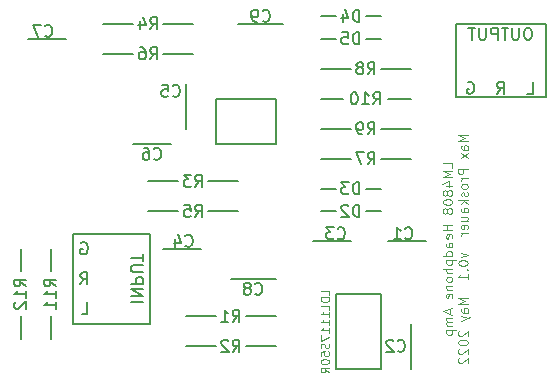
<source format=gbr>
%TF.GenerationSoftware,KiCad,Pcbnew,(6.0.5)*%
%TF.CreationDate,2022-06-04T12:49:29-04:00*%
%TF.ProjectId,headphone_amp,68656164-7068-46f6-9e65-5f616d702e6b,0.1*%
%TF.SameCoordinates,Original*%
%TF.FileFunction,Legend,Bot*%
%TF.FilePolarity,Positive*%
%FSLAX46Y46*%
G04 Gerber Fmt 4.6, Leading zero omitted, Abs format (unit mm)*
G04 Created by KiCad (PCBNEW (6.0.5)) date 2022-06-04 12:49:29*
%MOMM*%
%LPD*%
G01*
G04 APERTURE LIST*
%ADD10C,0.150000*%
%ADD11C,0.120000*%
%ADD12C,0.100000*%
G04 APERTURE END LIST*
D10*
X136017000Y-102870000D02*
X129540000Y-102870000D01*
X129540000Y-102870000D02*
X129540000Y-110490000D01*
X129540000Y-110490000D02*
X136017000Y-110490000D01*
X136017000Y-110490000D02*
X136017000Y-102870000D01*
X153035000Y-93980000D02*
X150495000Y-93980000D01*
X134620000Y-85090000D02*
X132080000Y-85090000D01*
X139700000Y-85090000D02*
X137160000Y-85090000D01*
X143510000Y-100965000D02*
X140970000Y-100965000D01*
X152400000Y-91440000D02*
X150495000Y-91440000D01*
X151765000Y-84455000D02*
X150495000Y-84455000D01*
X158115000Y-93980000D02*
X155575000Y-93980000D01*
X138430000Y-98425000D02*
X135890000Y-98425000D01*
X144145000Y-112395000D02*
X146685000Y-112395000D01*
X125095000Y-104140000D02*
X125095000Y-106045000D01*
X141605000Y-109855000D02*
X139065000Y-109855000D01*
X153035000Y-96520000D02*
X150495000Y-96520000D01*
X155575000Y-107950000D02*
X151765000Y-107950000D01*
X151765000Y-107950000D02*
X151765000Y-114300000D01*
X151765000Y-114300000D02*
X155575000Y-114300000D01*
X155575000Y-114300000D02*
X155575000Y-107950000D01*
X137160000Y-87630000D02*
X139700000Y-87630000D01*
X147320000Y-85090000D02*
X143510000Y-85090000D01*
X155575000Y-86360000D02*
X154305000Y-86360000D01*
X128905000Y-86360000D02*
X125730000Y-86360000D01*
X146685000Y-91440000D02*
X141605000Y-91440000D01*
X141605000Y-91440000D02*
X141605000Y-95250000D01*
X141605000Y-95250000D02*
X146685000Y-95250000D01*
X146685000Y-95250000D02*
X146685000Y-91440000D01*
X127635000Y-104140000D02*
X127635000Y-106045000D01*
X155575000Y-84455000D02*
X154305000Y-84455000D01*
X146685000Y-109855000D02*
X144145000Y-109855000D01*
X143510000Y-98425000D02*
X140970000Y-98425000D01*
X125095000Y-109855000D02*
X125095000Y-111760000D01*
X137795000Y-95250000D02*
X134620000Y-95250000D01*
X127635000Y-109855000D02*
X127635000Y-111760000D01*
X151765000Y-99060000D02*
X150495000Y-99060000D01*
X153035000Y-103505000D02*
X149860000Y-103505000D01*
X138430000Y-100965000D02*
X135890000Y-100965000D01*
X155575000Y-99060000D02*
X154305000Y-99060000D01*
X139065000Y-90170000D02*
X139065000Y-93980000D01*
X158115000Y-110490000D02*
X158115000Y-114300000D01*
X156210000Y-91440000D02*
X158115000Y-91440000D01*
X132080000Y-87630000D02*
X134620000Y-87630000D01*
X155575000Y-88900000D02*
X158115000Y-88900000D01*
X155575000Y-96520000D02*
X158115000Y-96520000D01*
X169545000Y-85090000D02*
X161925000Y-85090000D01*
X161925000Y-85090000D02*
X161925000Y-91313000D01*
X161925000Y-91313000D02*
X169545000Y-91313000D01*
X169545000Y-91313000D02*
X169545000Y-85090000D01*
X155575000Y-100965000D02*
X154305000Y-100965000D01*
X140335000Y-104140000D02*
X137160000Y-104140000D01*
X151765000Y-100965000D02*
X150495000Y-100965000D01*
X151765000Y-86360000D02*
X150495000Y-86360000D01*
X159385000Y-103505000D02*
X156210000Y-103505000D01*
X153035000Y-88900000D02*
X150495000Y-88900000D01*
X146685000Y-106680000D02*
X142875000Y-106680000D01*
X139065000Y-112395000D02*
X141605000Y-112395000D01*
X167965476Y-91003380D02*
X168441666Y-91003380D01*
X168441666Y-90003380D01*
X153773095Y-84907380D02*
X153773095Y-83907380D01*
X153535000Y-83907380D01*
X153392142Y-83955000D01*
X153296904Y-84050238D01*
X153249285Y-84145476D01*
X153201666Y-84335952D01*
X153201666Y-84478809D01*
X153249285Y-84669285D01*
X153296904Y-84764523D01*
X153392142Y-84859761D01*
X153535000Y-84907380D01*
X153773095Y-84907380D01*
X152344523Y-84240714D02*
X152344523Y-84907380D01*
X152582619Y-83859761D02*
X152820714Y-84574047D01*
X152201666Y-84574047D01*
X168139761Y-85431380D02*
X167949285Y-85431380D01*
X167854047Y-85479000D01*
X167758809Y-85574238D01*
X167711190Y-85764714D01*
X167711190Y-86098047D01*
X167758809Y-86288523D01*
X167854047Y-86383761D01*
X167949285Y-86431380D01*
X168139761Y-86431380D01*
X168235000Y-86383761D01*
X168330238Y-86288523D01*
X168377857Y-86098047D01*
X168377857Y-85764714D01*
X168330238Y-85574238D01*
X168235000Y-85479000D01*
X168139761Y-85431380D01*
X167282619Y-85431380D02*
X167282619Y-86240904D01*
X167235000Y-86336142D01*
X167187380Y-86383761D01*
X167092142Y-86431380D01*
X166901666Y-86431380D01*
X166806428Y-86383761D01*
X166758809Y-86336142D01*
X166711190Y-86240904D01*
X166711190Y-85431380D01*
X166377857Y-85431380D02*
X165806428Y-85431380D01*
X166092142Y-86431380D02*
X166092142Y-85431380D01*
X165473095Y-86431380D02*
X165473095Y-85431380D01*
X165092142Y-85431380D01*
X164996904Y-85479000D01*
X164949285Y-85526619D01*
X164901666Y-85621857D01*
X164901666Y-85764714D01*
X164949285Y-85859952D01*
X164996904Y-85907571D01*
X165092142Y-85955190D01*
X165473095Y-85955190D01*
X164473095Y-85431380D02*
X164473095Y-86240904D01*
X164425476Y-86336142D01*
X164377857Y-86383761D01*
X164282619Y-86431380D01*
X164092142Y-86431380D01*
X163996904Y-86383761D01*
X163949285Y-86336142D01*
X163901666Y-86240904D01*
X163901666Y-85431380D01*
X163568333Y-85431380D02*
X162996904Y-85431380D01*
X163282619Y-86431380D02*
X163282619Y-85431380D01*
X130204595Y-103640000D02*
X130299833Y-103592380D01*
X130442690Y-103592380D01*
X130585547Y-103640000D01*
X130680785Y-103735238D01*
X130728404Y-103830476D01*
X130776023Y-104020952D01*
X130776023Y-104163809D01*
X130728404Y-104354285D01*
X130680785Y-104449523D01*
X130585547Y-104544761D01*
X130442690Y-104592380D01*
X130347452Y-104592380D01*
X130204595Y-104544761D01*
X130156976Y-104497142D01*
X130156976Y-104163809D01*
X130347452Y-104163809D01*
X153773095Y-101417380D02*
X153773095Y-100417380D01*
X153535000Y-100417380D01*
X153392142Y-100465000D01*
X153296904Y-100560238D01*
X153249285Y-100655476D01*
X153201666Y-100845952D01*
X153201666Y-100988809D01*
X153249285Y-101179285D01*
X153296904Y-101274523D01*
X153392142Y-101369761D01*
X153535000Y-101417380D01*
X153773095Y-101417380D01*
X152820714Y-100512619D02*
X152773095Y-100465000D01*
X152677857Y-100417380D01*
X152439761Y-100417380D01*
X152344523Y-100465000D01*
X152296904Y-100512619D01*
X152249285Y-100607857D01*
X152249285Y-100703095D01*
X152296904Y-100845952D01*
X152868333Y-101417380D01*
X152249285Y-101417380D01*
X134421619Y-108608571D02*
X135421619Y-108608571D01*
X134421619Y-108132380D02*
X135421619Y-108132380D01*
X134421619Y-107560952D01*
X135421619Y-107560952D01*
X134421619Y-107084761D02*
X135421619Y-107084761D01*
X135421619Y-106703809D01*
X135374000Y-106608571D01*
X135326380Y-106560952D01*
X135231142Y-106513333D01*
X135088285Y-106513333D01*
X134993047Y-106560952D01*
X134945428Y-106608571D01*
X134897809Y-106703809D01*
X134897809Y-107084761D01*
X135421619Y-106084761D02*
X134612095Y-106084761D01*
X134516857Y-106037142D01*
X134469238Y-105989523D01*
X134421619Y-105894285D01*
X134421619Y-105703809D01*
X134469238Y-105608571D01*
X134516857Y-105560952D01*
X134612095Y-105513333D01*
X135421619Y-105513333D01*
X135421619Y-105180000D02*
X135421619Y-104608571D01*
X134421619Y-104894285D02*
X135421619Y-104894285D01*
D11*
X161642904Y-97282857D02*
X161642904Y-96901904D01*
X160842904Y-96901904D01*
X161642904Y-97549523D02*
X160842904Y-97549523D01*
X161414333Y-97816190D01*
X160842904Y-98082857D01*
X161642904Y-98082857D01*
X161109571Y-98806666D02*
X161642904Y-98806666D01*
X160804809Y-98616190D02*
X161376238Y-98425714D01*
X161376238Y-98920952D01*
X161185761Y-99340000D02*
X161147666Y-99263809D01*
X161109571Y-99225714D01*
X161033380Y-99187619D01*
X160995285Y-99187619D01*
X160919095Y-99225714D01*
X160881000Y-99263809D01*
X160842904Y-99340000D01*
X160842904Y-99492380D01*
X160881000Y-99568571D01*
X160919095Y-99606666D01*
X160995285Y-99644761D01*
X161033380Y-99644761D01*
X161109571Y-99606666D01*
X161147666Y-99568571D01*
X161185761Y-99492380D01*
X161185761Y-99340000D01*
X161223857Y-99263809D01*
X161261952Y-99225714D01*
X161338142Y-99187619D01*
X161490523Y-99187619D01*
X161566714Y-99225714D01*
X161604809Y-99263809D01*
X161642904Y-99340000D01*
X161642904Y-99492380D01*
X161604809Y-99568571D01*
X161566714Y-99606666D01*
X161490523Y-99644761D01*
X161338142Y-99644761D01*
X161261952Y-99606666D01*
X161223857Y-99568571D01*
X161185761Y-99492380D01*
X160842904Y-100140000D02*
X160842904Y-100216190D01*
X160881000Y-100292380D01*
X160919095Y-100330476D01*
X160995285Y-100368571D01*
X161147666Y-100406666D01*
X161338142Y-100406666D01*
X161490523Y-100368571D01*
X161566714Y-100330476D01*
X161604809Y-100292380D01*
X161642904Y-100216190D01*
X161642904Y-100140000D01*
X161604809Y-100063809D01*
X161566714Y-100025714D01*
X161490523Y-99987619D01*
X161338142Y-99949523D01*
X161147666Y-99949523D01*
X160995285Y-99987619D01*
X160919095Y-100025714D01*
X160881000Y-100063809D01*
X160842904Y-100140000D01*
X161185761Y-100863809D02*
X161147666Y-100787619D01*
X161109571Y-100749523D01*
X161033380Y-100711428D01*
X160995285Y-100711428D01*
X160919095Y-100749523D01*
X160881000Y-100787619D01*
X160842904Y-100863809D01*
X160842904Y-101016190D01*
X160881000Y-101092380D01*
X160919095Y-101130476D01*
X160995285Y-101168571D01*
X161033380Y-101168571D01*
X161109571Y-101130476D01*
X161147666Y-101092380D01*
X161185761Y-101016190D01*
X161185761Y-100863809D01*
X161223857Y-100787619D01*
X161261952Y-100749523D01*
X161338142Y-100711428D01*
X161490523Y-100711428D01*
X161566714Y-100749523D01*
X161604809Y-100787619D01*
X161642904Y-100863809D01*
X161642904Y-101016190D01*
X161604809Y-101092380D01*
X161566714Y-101130476D01*
X161490523Y-101168571D01*
X161338142Y-101168571D01*
X161261952Y-101130476D01*
X161223857Y-101092380D01*
X161185761Y-101016190D01*
X161642904Y-102120952D02*
X160842904Y-102120952D01*
X161223857Y-102120952D02*
X161223857Y-102578095D01*
X161642904Y-102578095D02*
X160842904Y-102578095D01*
X161604809Y-103263809D02*
X161642904Y-103187619D01*
X161642904Y-103035238D01*
X161604809Y-102959047D01*
X161528619Y-102920952D01*
X161223857Y-102920952D01*
X161147666Y-102959047D01*
X161109571Y-103035238D01*
X161109571Y-103187619D01*
X161147666Y-103263809D01*
X161223857Y-103301904D01*
X161300047Y-103301904D01*
X161376238Y-102920952D01*
X161642904Y-103987619D02*
X161223857Y-103987619D01*
X161147666Y-103949523D01*
X161109571Y-103873333D01*
X161109571Y-103720952D01*
X161147666Y-103644761D01*
X161604809Y-103987619D02*
X161642904Y-103911428D01*
X161642904Y-103720952D01*
X161604809Y-103644761D01*
X161528619Y-103606666D01*
X161452428Y-103606666D01*
X161376238Y-103644761D01*
X161338142Y-103720952D01*
X161338142Y-103911428D01*
X161300047Y-103987619D01*
X161642904Y-104711428D02*
X160842904Y-104711428D01*
X161604809Y-104711428D02*
X161642904Y-104635238D01*
X161642904Y-104482857D01*
X161604809Y-104406666D01*
X161566714Y-104368571D01*
X161490523Y-104330476D01*
X161261952Y-104330476D01*
X161185761Y-104368571D01*
X161147666Y-104406666D01*
X161109571Y-104482857D01*
X161109571Y-104635238D01*
X161147666Y-104711428D01*
X161109571Y-105092380D02*
X161909571Y-105092380D01*
X161147666Y-105092380D02*
X161109571Y-105168571D01*
X161109571Y-105320952D01*
X161147666Y-105397142D01*
X161185761Y-105435238D01*
X161261952Y-105473333D01*
X161490523Y-105473333D01*
X161566714Y-105435238D01*
X161604809Y-105397142D01*
X161642904Y-105320952D01*
X161642904Y-105168571D01*
X161604809Y-105092380D01*
X161642904Y-105816190D02*
X160842904Y-105816190D01*
X161642904Y-106159047D02*
X161223857Y-106159047D01*
X161147666Y-106120952D01*
X161109571Y-106044761D01*
X161109571Y-105930476D01*
X161147666Y-105854285D01*
X161185761Y-105816190D01*
X161642904Y-106654285D02*
X161604809Y-106578095D01*
X161566714Y-106540000D01*
X161490523Y-106501904D01*
X161261952Y-106501904D01*
X161185761Y-106540000D01*
X161147666Y-106578095D01*
X161109571Y-106654285D01*
X161109571Y-106768571D01*
X161147666Y-106844761D01*
X161185761Y-106882857D01*
X161261952Y-106920952D01*
X161490523Y-106920952D01*
X161566714Y-106882857D01*
X161604809Y-106844761D01*
X161642904Y-106768571D01*
X161642904Y-106654285D01*
X161109571Y-107263809D02*
X161642904Y-107263809D01*
X161185761Y-107263809D02*
X161147666Y-107301904D01*
X161109571Y-107378095D01*
X161109571Y-107492380D01*
X161147666Y-107568571D01*
X161223857Y-107606666D01*
X161642904Y-107606666D01*
X161604809Y-108292380D02*
X161642904Y-108216190D01*
X161642904Y-108063809D01*
X161604809Y-107987619D01*
X161528619Y-107949523D01*
X161223857Y-107949523D01*
X161147666Y-107987619D01*
X161109571Y-108063809D01*
X161109571Y-108216190D01*
X161147666Y-108292380D01*
X161223857Y-108330476D01*
X161300047Y-108330476D01*
X161376238Y-107949523D01*
X161414333Y-109244761D02*
X161414333Y-109625714D01*
X161642904Y-109168571D02*
X160842904Y-109435238D01*
X161642904Y-109701904D01*
X161642904Y-109968571D02*
X161109571Y-109968571D01*
X161185761Y-109968571D02*
X161147666Y-110006666D01*
X161109571Y-110082857D01*
X161109571Y-110197142D01*
X161147666Y-110273333D01*
X161223857Y-110311428D01*
X161642904Y-110311428D01*
X161223857Y-110311428D02*
X161147666Y-110349523D01*
X161109571Y-110425714D01*
X161109571Y-110540000D01*
X161147666Y-110616190D01*
X161223857Y-110654285D01*
X161642904Y-110654285D01*
X161109571Y-111035238D02*
X161909571Y-111035238D01*
X161147666Y-111035238D02*
X161109571Y-111111428D01*
X161109571Y-111263809D01*
X161147666Y-111340000D01*
X161185761Y-111378095D01*
X161261952Y-111416190D01*
X161490523Y-111416190D01*
X161566714Y-111378095D01*
X161604809Y-111340000D01*
X161642904Y-111263809D01*
X161642904Y-111111428D01*
X161604809Y-111035238D01*
X162930904Y-94482857D02*
X162130904Y-94482857D01*
X162702333Y-94749523D01*
X162130904Y-95016190D01*
X162930904Y-95016190D01*
X162930904Y-95740000D02*
X162511857Y-95740000D01*
X162435666Y-95701904D01*
X162397571Y-95625714D01*
X162397571Y-95473333D01*
X162435666Y-95397142D01*
X162892809Y-95740000D02*
X162930904Y-95663809D01*
X162930904Y-95473333D01*
X162892809Y-95397142D01*
X162816619Y-95359047D01*
X162740428Y-95359047D01*
X162664238Y-95397142D01*
X162626142Y-95473333D01*
X162626142Y-95663809D01*
X162588047Y-95740000D01*
X162930904Y-96044761D02*
X162397571Y-96463809D01*
X162397571Y-96044761D02*
X162930904Y-96463809D01*
X162930904Y-97378095D02*
X162130904Y-97378095D01*
X162130904Y-97682857D01*
X162169000Y-97759047D01*
X162207095Y-97797142D01*
X162283285Y-97835238D01*
X162397571Y-97835238D01*
X162473761Y-97797142D01*
X162511857Y-97759047D01*
X162549952Y-97682857D01*
X162549952Y-97378095D01*
X162930904Y-98178095D02*
X162397571Y-98178095D01*
X162549952Y-98178095D02*
X162473761Y-98216190D01*
X162435666Y-98254285D01*
X162397571Y-98330476D01*
X162397571Y-98406666D01*
X162930904Y-98787619D02*
X162892809Y-98711428D01*
X162854714Y-98673333D01*
X162778523Y-98635238D01*
X162549952Y-98635238D01*
X162473761Y-98673333D01*
X162435666Y-98711428D01*
X162397571Y-98787619D01*
X162397571Y-98901904D01*
X162435666Y-98978095D01*
X162473761Y-99016190D01*
X162549952Y-99054285D01*
X162778523Y-99054285D01*
X162854714Y-99016190D01*
X162892809Y-98978095D01*
X162930904Y-98901904D01*
X162930904Y-98787619D01*
X162892809Y-99359047D02*
X162930904Y-99435238D01*
X162930904Y-99587619D01*
X162892809Y-99663809D01*
X162816619Y-99701904D01*
X162778523Y-99701904D01*
X162702333Y-99663809D01*
X162664238Y-99587619D01*
X162664238Y-99473333D01*
X162626142Y-99397142D01*
X162549952Y-99359047D01*
X162511857Y-99359047D01*
X162435666Y-99397142D01*
X162397571Y-99473333D01*
X162397571Y-99587619D01*
X162435666Y-99663809D01*
X162930904Y-100044761D02*
X162130904Y-100044761D01*
X162626142Y-100120952D02*
X162930904Y-100349523D01*
X162397571Y-100349523D02*
X162702333Y-100044761D01*
X162930904Y-101035238D02*
X162511857Y-101035238D01*
X162435666Y-100997142D01*
X162397571Y-100920952D01*
X162397571Y-100768571D01*
X162435666Y-100692380D01*
X162892809Y-101035238D02*
X162930904Y-100959047D01*
X162930904Y-100768571D01*
X162892809Y-100692380D01*
X162816619Y-100654285D01*
X162740428Y-100654285D01*
X162664238Y-100692380D01*
X162626142Y-100768571D01*
X162626142Y-100959047D01*
X162588047Y-101035238D01*
X162397571Y-101759047D02*
X162930904Y-101759047D01*
X162397571Y-101416190D02*
X162816619Y-101416190D01*
X162892809Y-101454285D01*
X162930904Y-101530476D01*
X162930904Y-101644761D01*
X162892809Y-101720952D01*
X162854714Y-101759047D01*
X162892809Y-102444761D02*
X162930904Y-102368571D01*
X162930904Y-102216190D01*
X162892809Y-102140000D01*
X162816619Y-102101904D01*
X162511857Y-102101904D01*
X162435666Y-102140000D01*
X162397571Y-102216190D01*
X162397571Y-102368571D01*
X162435666Y-102444761D01*
X162511857Y-102482857D01*
X162588047Y-102482857D01*
X162664238Y-102101904D01*
X162930904Y-102825714D02*
X162397571Y-102825714D01*
X162549952Y-102825714D02*
X162473761Y-102863809D01*
X162435666Y-102901904D01*
X162397571Y-102978095D01*
X162397571Y-103054285D01*
X162397571Y-104463809D02*
X162930904Y-104654285D01*
X162397571Y-104844761D01*
X162130904Y-105301904D02*
X162130904Y-105378095D01*
X162169000Y-105454285D01*
X162207095Y-105492380D01*
X162283285Y-105530476D01*
X162435666Y-105568571D01*
X162626142Y-105568571D01*
X162778523Y-105530476D01*
X162854714Y-105492380D01*
X162892809Y-105454285D01*
X162930904Y-105378095D01*
X162930904Y-105301904D01*
X162892809Y-105225714D01*
X162854714Y-105187619D01*
X162778523Y-105149523D01*
X162626142Y-105111428D01*
X162435666Y-105111428D01*
X162283285Y-105149523D01*
X162207095Y-105187619D01*
X162169000Y-105225714D01*
X162130904Y-105301904D01*
X162854714Y-105911428D02*
X162892809Y-105949523D01*
X162930904Y-105911428D01*
X162892809Y-105873333D01*
X162854714Y-105911428D01*
X162930904Y-105911428D01*
X162930904Y-106711428D02*
X162930904Y-106254285D01*
X162930904Y-106482857D02*
X162130904Y-106482857D01*
X162245190Y-106406666D01*
X162321380Y-106330476D01*
X162359476Y-106254285D01*
X162930904Y-108273333D02*
X162130904Y-108273333D01*
X162702333Y-108540000D01*
X162130904Y-108806666D01*
X162930904Y-108806666D01*
X162930904Y-109530476D02*
X162511857Y-109530476D01*
X162435666Y-109492380D01*
X162397571Y-109416190D01*
X162397571Y-109263809D01*
X162435666Y-109187619D01*
X162892809Y-109530476D02*
X162930904Y-109454285D01*
X162930904Y-109263809D01*
X162892809Y-109187619D01*
X162816619Y-109149523D01*
X162740428Y-109149523D01*
X162664238Y-109187619D01*
X162626142Y-109263809D01*
X162626142Y-109454285D01*
X162588047Y-109530476D01*
X162397571Y-109835238D02*
X162930904Y-110025714D01*
X162397571Y-110216190D02*
X162930904Y-110025714D01*
X163121380Y-109949523D01*
X163159476Y-109911428D01*
X163197571Y-109835238D01*
X162207095Y-111092380D02*
X162169000Y-111130476D01*
X162130904Y-111206666D01*
X162130904Y-111397142D01*
X162169000Y-111473333D01*
X162207095Y-111511428D01*
X162283285Y-111549523D01*
X162359476Y-111549523D01*
X162473761Y-111511428D01*
X162930904Y-111054285D01*
X162930904Y-111549523D01*
X162130904Y-112044761D02*
X162130904Y-112120952D01*
X162169000Y-112197142D01*
X162207095Y-112235238D01*
X162283285Y-112273333D01*
X162435666Y-112311428D01*
X162626142Y-112311428D01*
X162778523Y-112273333D01*
X162854714Y-112235238D01*
X162892809Y-112197142D01*
X162930904Y-112120952D01*
X162930904Y-112044761D01*
X162892809Y-111968571D01*
X162854714Y-111930476D01*
X162778523Y-111892380D01*
X162626142Y-111854285D01*
X162435666Y-111854285D01*
X162283285Y-111892380D01*
X162207095Y-111930476D01*
X162169000Y-111968571D01*
X162130904Y-112044761D01*
X162207095Y-112616190D02*
X162169000Y-112654285D01*
X162130904Y-112730476D01*
X162130904Y-112920952D01*
X162169000Y-112997142D01*
X162207095Y-113035238D01*
X162283285Y-113073333D01*
X162359476Y-113073333D01*
X162473761Y-113035238D01*
X162930904Y-112578095D01*
X162930904Y-113073333D01*
X162207095Y-113378095D02*
X162169000Y-113416190D01*
X162130904Y-113492380D01*
X162130904Y-113682857D01*
X162169000Y-113759047D01*
X162207095Y-113797142D01*
X162283285Y-113835238D01*
X162359476Y-113835238D01*
X162473761Y-113797142D01*
X162930904Y-113340000D01*
X162930904Y-113835238D01*
D10*
X162933095Y-90051000D02*
X163028333Y-90003380D01*
X163171190Y-90003380D01*
X163314047Y-90051000D01*
X163409285Y-90146238D01*
X163456904Y-90241476D01*
X163504523Y-90431952D01*
X163504523Y-90574809D01*
X163456904Y-90765285D01*
X163409285Y-90860523D01*
X163314047Y-90955761D01*
X163171190Y-91003380D01*
X163075952Y-91003380D01*
X162933095Y-90955761D01*
X162885476Y-90908142D01*
X162885476Y-90574809D01*
X163075952Y-90574809D01*
X153773095Y-99512380D02*
X153773095Y-98512380D01*
X153535000Y-98512380D01*
X153392142Y-98560000D01*
X153296904Y-98655238D01*
X153249285Y-98750476D01*
X153201666Y-98940952D01*
X153201666Y-99083809D01*
X153249285Y-99274285D01*
X153296904Y-99369523D01*
X153392142Y-99464761D01*
X153535000Y-99512380D01*
X153773095Y-99512380D01*
X152868333Y-98512380D02*
X152249285Y-98512380D01*
X152582619Y-98893333D01*
X152439761Y-98893333D01*
X152344523Y-98940952D01*
X152296904Y-98988571D01*
X152249285Y-99083809D01*
X152249285Y-99321904D01*
X152296904Y-99417142D01*
X152344523Y-99464761D01*
X152439761Y-99512380D01*
X152725476Y-99512380D01*
X152820714Y-99464761D01*
X152868333Y-99417142D01*
X153773095Y-86812380D02*
X153773095Y-85812380D01*
X153535000Y-85812380D01*
X153392142Y-85860000D01*
X153296904Y-85955238D01*
X153249285Y-86050476D01*
X153201666Y-86240952D01*
X153201666Y-86383809D01*
X153249285Y-86574285D01*
X153296904Y-86669523D01*
X153392142Y-86764761D01*
X153535000Y-86812380D01*
X153773095Y-86812380D01*
X152296904Y-85812380D02*
X152773095Y-85812380D01*
X152820714Y-86288571D01*
X152773095Y-86240952D01*
X152677857Y-86193333D01*
X152439761Y-86193333D01*
X152344523Y-86240952D01*
X152296904Y-86288571D01*
X152249285Y-86383809D01*
X152249285Y-86621904D01*
X152296904Y-86717142D01*
X152344523Y-86764761D01*
X152439761Y-86812380D01*
X152677857Y-86812380D01*
X152773095Y-86764761D01*
X152820714Y-86717142D01*
X130252214Y-109672380D02*
X130728404Y-109672380D01*
X130728404Y-108672380D01*
X165425476Y-91003380D02*
X165758809Y-90527190D01*
X165996904Y-91003380D02*
X165996904Y-90003380D01*
X165615952Y-90003380D01*
X165520714Y-90051000D01*
X165473095Y-90098619D01*
X165425476Y-90193857D01*
X165425476Y-90336714D01*
X165473095Y-90431952D01*
X165520714Y-90479571D01*
X165615952Y-90527190D01*
X165996904Y-90527190D01*
X130156976Y-107132380D02*
X130490309Y-106656190D01*
X130728404Y-107132380D02*
X130728404Y-106132380D01*
X130347452Y-106132380D01*
X130252214Y-106180000D01*
X130204595Y-106227619D01*
X130156976Y-106322857D01*
X130156976Y-106465714D01*
X130204595Y-106560952D01*
X130252214Y-106608571D01*
X130347452Y-106656190D01*
X130728404Y-106656190D01*
%TO.C,R7*%
X154471666Y-96972380D02*
X154805000Y-96496190D01*
X155043095Y-96972380D02*
X155043095Y-95972380D01*
X154662142Y-95972380D01*
X154566904Y-96020000D01*
X154519285Y-96067619D01*
X154471666Y-96162857D01*
X154471666Y-96305714D01*
X154519285Y-96400952D01*
X154566904Y-96448571D01*
X154662142Y-96496190D01*
X155043095Y-96496190D01*
X154138333Y-95972380D02*
X153471666Y-95972380D01*
X153900238Y-96972380D01*
%TO.C,C2*%
X157011666Y-112752142D02*
X157059285Y-112799761D01*
X157202142Y-112847380D01*
X157297380Y-112847380D01*
X157440238Y-112799761D01*
X157535476Y-112704523D01*
X157583095Y-112609285D01*
X157630714Y-112418809D01*
X157630714Y-112275952D01*
X157583095Y-112085476D01*
X157535476Y-111990238D01*
X157440238Y-111895000D01*
X157297380Y-111847380D01*
X157202142Y-111847380D01*
X157059285Y-111895000D01*
X157011666Y-111942619D01*
X156630714Y-111942619D02*
X156583095Y-111895000D01*
X156487857Y-111847380D01*
X156249761Y-111847380D01*
X156154523Y-111895000D01*
X156106904Y-111942619D01*
X156059285Y-112037857D01*
X156059285Y-112133095D01*
X156106904Y-112275952D01*
X156678333Y-112847380D01*
X156059285Y-112847380D01*
%TO.C,R12*%
X125547380Y-107307142D02*
X125071190Y-106973809D01*
X125547380Y-106735714D02*
X124547380Y-106735714D01*
X124547380Y-107116666D01*
X124595000Y-107211904D01*
X124642619Y-107259523D01*
X124737857Y-107307142D01*
X124880714Y-107307142D01*
X124975952Y-107259523D01*
X125023571Y-107211904D01*
X125071190Y-107116666D01*
X125071190Y-106735714D01*
X125547380Y-108259523D02*
X125547380Y-107688095D01*
X125547380Y-107973809D02*
X124547380Y-107973809D01*
X124690238Y-107878571D01*
X124785476Y-107783333D01*
X124833095Y-107688095D01*
X124642619Y-108640476D02*
X124595000Y-108688095D01*
X124547380Y-108783333D01*
X124547380Y-109021428D01*
X124595000Y-109116666D01*
X124642619Y-109164285D01*
X124737857Y-109211904D01*
X124833095Y-109211904D01*
X124975952Y-109164285D01*
X125547380Y-108592857D01*
X125547380Y-109211904D01*
%TO.C,R3*%
X139866666Y-98877380D02*
X140200000Y-98401190D01*
X140438095Y-98877380D02*
X140438095Y-97877380D01*
X140057142Y-97877380D01*
X139961904Y-97925000D01*
X139914285Y-97972619D01*
X139866666Y-98067857D01*
X139866666Y-98210714D01*
X139914285Y-98305952D01*
X139961904Y-98353571D01*
X140057142Y-98401190D01*
X140438095Y-98401190D01*
X139533333Y-97877380D02*
X138914285Y-97877380D01*
X139247619Y-98258333D01*
X139104761Y-98258333D01*
X139009523Y-98305952D01*
X138961904Y-98353571D01*
X138914285Y-98448809D01*
X138914285Y-98686904D01*
X138961904Y-98782142D01*
X139009523Y-98829761D01*
X139104761Y-98877380D01*
X139390476Y-98877380D01*
X139485714Y-98829761D01*
X139533333Y-98782142D01*
%TO.C,C5*%
X137961666Y-91162142D02*
X138009285Y-91209761D01*
X138152142Y-91257380D01*
X138247380Y-91257380D01*
X138390238Y-91209761D01*
X138485476Y-91114523D01*
X138533095Y-91019285D01*
X138580714Y-90828809D01*
X138580714Y-90685952D01*
X138533095Y-90495476D01*
X138485476Y-90400238D01*
X138390238Y-90305000D01*
X138247380Y-90257380D01*
X138152142Y-90257380D01*
X138009285Y-90305000D01*
X137961666Y-90352619D01*
X137056904Y-90257380D02*
X137533095Y-90257380D01*
X137580714Y-90733571D01*
X137533095Y-90685952D01*
X137437857Y-90638333D01*
X137199761Y-90638333D01*
X137104523Y-90685952D01*
X137056904Y-90733571D01*
X137009285Y-90828809D01*
X137009285Y-91066904D01*
X137056904Y-91162142D01*
X137104523Y-91209761D01*
X137199761Y-91257380D01*
X137437857Y-91257380D01*
X137533095Y-91209761D01*
X137580714Y-91162142D01*
%TO.C,C7*%
X127166666Y-86082142D02*
X127214285Y-86129761D01*
X127357142Y-86177380D01*
X127452380Y-86177380D01*
X127595238Y-86129761D01*
X127690476Y-86034523D01*
X127738095Y-85939285D01*
X127785714Y-85748809D01*
X127785714Y-85605952D01*
X127738095Y-85415476D01*
X127690476Y-85320238D01*
X127595238Y-85225000D01*
X127452380Y-85177380D01*
X127357142Y-85177380D01*
X127214285Y-85225000D01*
X127166666Y-85272619D01*
X126833333Y-85177380D02*
X126166666Y-85177380D01*
X126595238Y-86177380D01*
%TO.C,C9*%
X145581666Y-84812142D02*
X145629285Y-84859761D01*
X145772142Y-84907380D01*
X145867380Y-84907380D01*
X146010238Y-84859761D01*
X146105476Y-84764523D01*
X146153095Y-84669285D01*
X146200714Y-84478809D01*
X146200714Y-84335952D01*
X146153095Y-84145476D01*
X146105476Y-84050238D01*
X146010238Y-83955000D01*
X145867380Y-83907380D01*
X145772142Y-83907380D01*
X145629285Y-83955000D01*
X145581666Y-84002619D01*
X145105476Y-84907380D02*
X144915000Y-84907380D01*
X144819761Y-84859761D01*
X144772142Y-84812142D01*
X144676904Y-84669285D01*
X144629285Y-84478809D01*
X144629285Y-84097857D01*
X144676904Y-84002619D01*
X144724523Y-83955000D01*
X144819761Y-83907380D01*
X145010238Y-83907380D01*
X145105476Y-83955000D01*
X145153095Y-84002619D01*
X145200714Y-84097857D01*
X145200714Y-84335952D01*
X145153095Y-84431190D01*
X145105476Y-84478809D01*
X145010238Y-84526428D01*
X144819761Y-84526428D01*
X144724523Y-84478809D01*
X144676904Y-84431190D01*
X144629285Y-84335952D01*
%TO.C,R2*%
X143041666Y-112847380D02*
X143375000Y-112371190D01*
X143613095Y-112847380D02*
X143613095Y-111847380D01*
X143232142Y-111847380D01*
X143136904Y-111895000D01*
X143089285Y-111942619D01*
X143041666Y-112037857D01*
X143041666Y-112180714D01*
X143089285Y-112275952D01*
X143136904Y-112323571D01*
X143232142Y-112371190D01*
X143613095Y-112371190D01*
X142660714Y-111942619D02*
X142613095Y-111895000D01*
X142517857Y-111847380D01*
X142279761Y-111847380D01*
X142184523Y-111895000D01*
X142136904Y-111942619D01*
X142089285Y-112037857D01*
X142089285Y-112133095D01*
X142136904Y-112275952D01*
X142708333Y-112847380D01*
X142089285Y-112847380D01*
%TO.C,R11*%
X128087380Y-107307142D02*
X127611190Y-106973809D01*
X128087380Y-106735714D02*
X127087380Y-106735714D01*
X127087380Y-107116666D01*
X127135000Y-107211904D01*
X127182619Y-107259523D01*
X127277857Y-107307142D01*
X127420714Y-107307142D01*
X127515952Y-107259523D01*
X127563571Y-107211904D01*
X127611190Y-107116666D01*
X127611190Y-106735714D01*
X128087380Y-108259523D02*
X128087380Y-107688095D01*
X128087380Y-107973809D02*
X127087380Y-107973809D01*
X127230238Y-107878571D01*
X127325476Y-107783333D01*
X127373095Y-107688095D01*
X128087380Y-109211904D02*
X128087380Y-108640476D01*
X128087380Y-108926190D02*
X127087380Y-108926190D01*
X127230238Y-108830952D01*
X127325476Y-108735714D01*
X127373095Y-108640476D01*
%TO.C,C6*%
X136374166Y-96496142D02*
X136421785Y-96543761D01*
X136564642Y-96591380D01*
X136659880Y-96591380D01*
X136802738Y-96543761D01*
X136897976Y-96448523D01*
X136945595Y-96353285D01*
X136993214Y-96162809D01*
X136993214Y-96019952D01*
X136945595Y-95829476D01*
X136897976Y-95734238D01*
X136802738Y-95639000D01*
X136659880Y-95591380D01*
X136564642Y-95591380D01*
X136421785Y-95639000D01*
X136374166Y-95686619D01*
X135517023Y-95591380D02*
X135707500Y-95591380D01*
X135802738Y-95639000D01*
X135850357Y-95686619D01*
X135945595Y-95829476D01*
X135993214Y-96019952D01*
X135993214Y-96400904D01*
X135945595Y-96496142D01*
X135897976Y-96543761D01*
X135802738Y-96591380D01*
X135612261Y-96591380D01*
X135517023Y-96543761D01*
X135469404Y-96496142D01*
X135421785Y-96400904D01*
X135421785Y-96162809D01*
X135469404Y-96067571D01*
X135517023Y-96019952D01*
X135612261Y-95972333D01*
X135802738Y-95972333D01*
X135897976Y-96019952D01*
X135945595Y-96067571D01*
X135993214Y-96162809D01*
D12*
%TO.C,U1*%
X151192666Y-108025000D02*
X151192666Y-107691666D01*
X150492666Y-107691666D01*
X151192666Y-108258333D02*
X150492666Y-108258333D01*
X150492666Y-108425000D01*
X150526000Y-108525000D01*
X150592666Y-108591666D01*
X150659333Y-108625000D01*
X150792666Y-108658333D01*
X150892666Y-108658333D01*
X151026000Y-108625000D01*
X151092666Y-108591666D01*
X151159333Y-108525000D01*
X151192666Y-108425000D01*
X151192666Y-108258333D01*
X151192666Y-109291666D02*
X151192666Y-108958333D01*
X150492666Y-108958333D01*
X151192666Y-109891666D02*
X151192666Y-109491666D01*
X151192666Y-109691666D02*
X150492666Y-109691666D01*
X150592666Y-109625000D01*
X150659333Y-109558333D01*
X150692666Y-109491666D01*
X151192666Y-110558333D02*
X151192666Y-110158333D01*
X151192666Y-110358333D02*
X150492666Y-110358333D01*
X150592666Y-110291666D01*
X150659333Y-110225000D01*
X150692666Y-110158333D01*
X151192666Y-111225000D02*
X151192666Y-110825000D01*
X151192666Y-111025000D02*
X150492666Y-111025000D01*
X150592666Y-110958333D01*
X150659333Y-110891666D01*
X150692666Y-110825000D01*
X150492666Y-111458333D02*
X150492666Y-111925000D01*
X151192666Y-111625000D01*
X151159333Y-112158333D02*
X151192666Y-112258333D01*
X151192666Y-112425000D01*
X151159333Y-112491666D01*
X151126000Y-112525000D01*
X151059333Y-112558333D01*
X150992666Y-112558333D01*
X150926000Y-112525000D01*
X150892666Y-112491666D01*
X150859333Y-112425000D01*
X150826000Y-112291666D01*
X150792666Y-112225000D01*
X150759333Y-112191666D01*
X150692666Y-112158333D01*
X150626000Y-112158333D01*
X150559333Y-112191666D01*
X150526000Y-112225000D01*
X150492666Y-112291666D01*
X150492666Y-112458333D01*
X150526000Y-112558333D01*
X150492666Y-113191666D02*
X150492666Y-112858333D01*
X150826000Y-112825000D01*
X150792666Y-112858333D01*
X150759333Y-112925000D01*
X150759333Y-113091666D01*
X150792666Y-113158333D01*
X150826000Y-113191666D01*
X150892666Y-113225000D01*
X151059333Y-113225000D01*
X151126000Y-113191666D01*
X151159333Y-113158333D01*
X151192666Y-113091666D01*
X151192666Y-112925000D01*
X151159333Y-112858333D01*
X151126000Y-112825000D01*
X150492666Y-113658333D02*
X150492666Y-113725000D01*
X150526000Y-113791666D01*
X150559333Y-113825000D01*
X150626000Y-113858333D01*
X150759333Y-113891666D01*
X150926000Y-113891666D01*
X151059333Y-113858333D01*
X151126000Y-113825000D01*
X151159333Y-113791666D01*
X151192666Y-113725000D01*
X151192666Y-113658333D01*
X151159333Y-113591666D01*
X151126000Y-113558333D01*
X151059333Y-113525000D01*
X150926000Y-113491666D01*
X150759333Y-113491666D01*
X150626000Y-113525000D01*
X150559333Y-113558333D01*
X150526000Y-113591666D01*
X150492666Y-113658333D01*
X151192666Y-114591666D02*
X150859333Y-114358333D01*
X151192666Y-114191666D02*
X150492666Y-114191666D01*
X150492666Y-114458333D01*
X150526000Y-114525000D01*
X150559333Y-114558333D01*
X150626000Y-114591666D01*
X150726000Y-114591666D01*
X150792666Y-114558333D01*
X150826000Y-114525000D01*
X150859333Y-114458333D01*
X150859333Y-114191666D01*
D10*
%TO.C,R9*%
X154471666Y-94432380D02*
X154805000Y-93956190D01*
X155043095Y-94432380D02*
X155043095Y-93432380D01*
X154662142Y-93432380D01*
X154566904Y-93480000D01*
X154519285Y-93527619D01*
X154471666Y-93622857D01*
X154471666Y-93765714D01*
X154519285Y-93860952D01*
X154566904Y-93908571D01*
X154662142Y-93956190D01*
X155043095Y-93956190D01*
X153995476Y-94432380D02*
X153805000Y-94432380D01*
X153709761Y-94384761D01*
X153662142Y-94337142D01*
X153566904Y-94194285D01*
X153519285Y-94003809D01*
X153519285Y-93622857D01*
X153566904Y-93527619D01*
X153614523Y-93480000D01*
X153709761Y-93432380D01*
X153900238Y-93432380D01*
X153995476Y-93480000D01*
X154043095Y-93527619D01*
X154090714Y-93622857D01*
X154090714Y-93860952D01*
X154043095Y-93956190D01*
X153995476Y-94003809D01*
X153900238Y-94051428D01*
X153709761Y-94051428D01*
X153614523Y-94003809D01*
X153566904Y-93956190D01*
X153519285Y-93860952D01*
%TO.C,R10*%
X154947857Y-91892380D02*
X155281190Y-91416190D01*
X155519285Y-91892380D02*
X155519285Y-90892380D01*
X155138333Y-90892380D01*
X155043095Y-90940000D01*
X154995476Y-90987619D01*
X154947857Y-91082857D01*
X154947857Y-91225714D01*
X154995476Y-91320952D01*
X155043095Y-91368571D01*
X155138333Y-91416190D01*
X155519285Y-91416190D01*
X153995476Y-91892380D02*
X154566904Y-91892380D01*
X154281190Y-91892380D02*
X154281190Y-90892380D01*
X154376428Y-91035238D01*
X154471666Y-91130476D01*
X154566904Y-91178095D01*
X153376428Y-90892380D02*
X153281190Y-90892380D01*
X153185952Y-90940000D01*
X153138333Y-90987619D01*
X153090714Y-91082857D01*
X153043095Y-91273333D01*
X153043095Y-91511428D01*
X153090714Y-91701904D01*
X153138333Y-91797142D01*
X153185952Y-91844761D01*
X153281190Y-91892380D01*
X153376428Y-91892380D01*
X153471666Y-91844761D01*
X153519285Y-91797142D01*
X153566904Y-91701904D01*
X153614523Y-91511428D01*
X153614523Y-91273333D01*
X153566904Y-91082857D01*
X153519285Y-90987619D01*
X153471666Y-90940000D01*
X153376428Y-90892380D01*
%TO.C,C8*%
X144946666Y-107926142D02*
X144994285Y-107973761D01*
X145137142Y-108021380D01*
X145232380Y-108021380D01*
X145375238Y-107973761D01*
X145470476Y-107878523D01*
X145518095Y-107783285D01*
X145565714Y-107592809D01*
X145565714Y-107449952D01*
X145518095Y-107259476D01*
X145470476Y-107164238D01*
X145375238Y-107069000D01*
X145232380Y-107021380D01*
X145137142Y-107021380D01*
X144994285Y-107069000D01*
X144946666Y-107116619D01*
X144375238Y-107449952D02*
X144470476Y-107402333D01*
X144518095Y-107354714D01*
X144565714Y-107259476D01*
X144565714Y-107211857D01*
X144518095Y-107116619D01*
X144470476Y-107069000D01*
X144375238Y-107021380D01*
X144184761Y-107021380D01*
X144089523Y-107069000D01*
X144041904Y-107116619D01*
X143994285Y-107211857D01*
X143994285Y-107259476D01*
X144041904Y-107354714D01*
X144089523Y-107402333D01*
X144184761Y-107449952D01*
X144375238Y-107449952D01*
X144470476Y-107497571D01*
X144518095Y-107545190D01*
X144565714Y-107640428D01*
X144565714Y-107830904D01*
X144518095Y-107926142D01*
X144470476Y-107973761D01*
X144375238Y-108021380D01*
X144184761Y-108021380D01*
X144089523Y-107973761D01*
X144041904Y-107926142D01*
X143994285Y-107830904D01*
X143994285Y-107640428D01*
X144041904Y-107545190D01*
X144089523Y-107497571D01*
X144184761Y-107449952D01*
%TO.C,R6*%
X136056666Y-88082380D02*
X136390000Y-87606190D01*
X136628095Y-88082380D02*
X136628095Y-87082380D01*
X136247142Y-87082380D01*
X136151904Y-87130000D01*
X136104285Y-87177619D01*
X136056666Y-87272857D01*
X136056666Y-87415714D01*
X136104285Y-87510952D01*
X136151904Y-87558571D01*
X136247142Y-87606190D01*
X136628095Y-87606190D01*
X135199523Y-87082380D02*
X135390000Y-87082380D01*
X135485238Y-87130000D01*
X135532857Y-87177619D01*
X135628095Y-87320476D01*
X135675714Y-87510952D01*
X135675714Y-87891904D01*
X135628095Y-87987142D01*
X135580476Y-88034761D01*
X135485238Y-88082380D01*
X135294761Y-88082380D01*
X135199523Y-88034761D01*
X135151904Y-87987142D01*
X135104285Y-87891904D01*
X135104285Y-87653809D01*
X135151904Y-87558571D01*
X135199523Y-87510952D01*
X135294761Y-87463333D01*
X135485238Y-87463333D01*
X135580476Y-87510952D01*
X135628095Y-87558571D01*
X135675714Y-87653809D01*
%TO.C,R5*%
X139866666Y-101417380D02*
X140200000Y-100941190D01*
X140438095Y-101417380D02*
X140438095Y-100417380D01*
X140057142Y-100417380D01*
X139961904Y-100465000D01*
X139914285Y-100512619D01*
X139866666Y-100607857D01*
X139866666Y-100750714D01*
X139914285Y-100845952D01*
X139961904Y-100893571D01*
X140057142Y-100941190D01*
X140438095Y-100941190D01*
X138961904Y-100417380D02*
X139438095Y-100417380D01*
X139485714Y-100893571D01*
X139438095Y-100845952D01*
X139342857Y-100798333D01*
X139104761Y-100798333D01*
X139009523Y-100845952D01*
X138961904Y-100893571D01*
X138914285Y-100988809D01*
X138914285Y-101226904D01*
X138961904Y-101322142D01*
X139009523Y-101369761D01*
X139104761Y-101417380D01*
X139342857Y-101417380D01*
X139438095Y-101369761D01*
X139485714Y-101322142D01*
%TO.C,R4*%
X136056666Y-85542380D02*
X136390000Y-85066190D01*
X136628095Y-85542380D02*
X136628095Y-84542380D01*
X136247142Y-84542380D01*
X136151904Y-84590000D01*
X136104285Y-84637619D01*
X136056666Y-84732857D01*
X136056666Y-84875714D01*
X136104285Y-84970952D01*
X136151904Y-85018571D01*
X136247142Y-85066190D01*
X136628095Y-85066190D01*
X135199523Y-84875714D02*
X135199523Y-85542380D01*
X135437619Y-84494761D02*
X135675714Y-85209047D01*
X135056666Y-85209047D01*
%TO.C,C4*%
X139041666Y-103862142D02*
X139089285Y-103909761D01*
X139232142Y-103957380D01*
X139327380Y-103957380D01*
X139470238Y-103909761D01*
X139565476Y-103814523D01*
X139613095Y-103719285D01*
X139660714Y-103528809D01*
X139660714Y-103385952D01*
X139613095Y-103195476D01*
X139565476Y-103100238D01*
X139470238Y-103005000D01*
X139327380Y-102957380D01*
X139232142Y-102957380D01*
X139089285Y-103005000D01*
X139041666Y-103052619D01*
X138184523Y-103290714D02*
X138184523Y-103957380D01*
X138422619Y-102909761D02*
X138660714Y-103624047D01*
X138041666Y-103624047D01*
%TO.C,C3*%
X151931666Y-103227142D02*
X151979285Y-103274761D01*
X152122142Y-103322380D01*
X152217380Y-103322380D01*
X152360238Y-103274761D01*
X152455476Y-103179523D01*
X152503095Y-103084285D01*
X152550714Y-102893809D01*
X152550714Y-102750952D01*
X152503095Y-102560476D01*
X152455476Y-102465238D01*
X152360238Y-102370000D01*
X152217380Y-102322380D01*
X152122142Y-102322380D01*
X151979285Y-102370000D01*
X151931666Y-102417619D01*
X151598333Y-102322380D02*
X150979285Y-102322380D01*
X151312619Y-102703333D01*
X151169761Y-102703333D01*
X151074523Y-102750952D01*
X151026904Y-102798571D01*
X150979285Y-102893809D01*
X150979285Y-103131904D01*
X151026904Y-103227142D01*
X151074523Y-103274761D01*
X151169761Y-103322380D01*
X151455476Y-103322380D01*
X151550714Y-103274761D01*
X151598333Y-103227142D01*
%TO.C,C1*%
X157646666Y-103227142D02*
X157694285Y-103274761D01*
X157837142Y-103322380D01*
X157932380Y-103322380D01*
X158075238Y-103274761D01*
X158170476Y-103179523D01*
X158218095Y-103084285D01*
X158265714Y-102893809D01*
X158265714Y-102750952D01*
X158218095Y-102560476D01*
X158170476Y-102465238D01*
X158075238Y-102370000D01*
X157932380Y-102322380D01*
X157837142Y-102322380D01*
X157694285Y-102370000D01*
X157646666Y-102417619D01*
X156694285Y-103322380D02*
X157265714Y-103322380D01*
X156980000Y-103322380D02*
X156980000Y-102322380D01*
X157075238Y-102465238D01*
X157170476Y-102560476D01*
X157265714Y-102608095D01*
%TO.C,R1*%
X143041666Y-110307380D02*
X143375000Y-109831190D01*
X143613095Y-110307380D02*
X143613095Y-109307380D01*
X143232142Y-109307380D01*
X143136904Y-109355000D01*
X143089285Y-109402619D01*
X143041666Y-109497857D01*
X143041666Y-109640714D01*
X143089285Y-109735952D01*
X143136904Y-109783571D01*
X143232142Y-109831190D01*
X143613095Y-109831190D01*
X142089285Y-110307380D02*
X142660714Y-110307380D01*
X142375000Y-110307380D02*
X142375000Y-109307380D01*
X142470238Y-109450238D01*
X142565476Y-109545476D01*
X142660714Y-109593095D01*
%TO.C,R8*%
X154471666Y-89352380D02*
X154805000Y-88876190D01*
X155043095Y-89352380D02*
X155043095Y-88352380D01*
X154662142Y-88352380D01*
X154566904Y-88400000D01*
X154519285Y-88447619D01*
X154471666Y-88542857D01*
X154471666Y-88685714D01*
X154519285Y-88780952D01*
X154566904Y-88828571D01*
X154662142Y-88876190D01*
X155043095Y-88876190D01*
X153900238Y-88780952D02*
X153995476Y-88733333D01*
X154043095Y-88685714D01*
X154090714Y-88590476D01*
X154090714Y-88542857D01*
X154043095Y-88447619D01*
X153995476Y-88400000D01*
X153900238Y-88352380D01*
X153709761Y-88352380D01*
X153614523Y-88400000D01*
X153566904Y-88447619D01*
X153519285Y-88542857D01*
X153519285Y-88590476D01*
X153566904Y-88685714D01*
X153614523Y-88733333D01*
X153709761Y-88780952D01*
X153900238Y-88780952D01*
X153995476Y-88828571D01*
X154043095Y-88876190D01*
X154090714Y-88971428D01*
X154090714Y-89161904D01*
X154043095Y-89257142D01*
X153995476Y-89304761D01*
X153900238Y-89352380D01*
X153709761Y-89352380D01*
X153614523Y-89304761D01*
X153566904Y-89257142D01*
X153519285Y-89161904D01*
X153519285Y-88971428D01*
X153566904Y-88876190D01*
X153614523Y-88828571D01*
X153709761Y-88780952D01*
%TD*%
M02*

</source>
